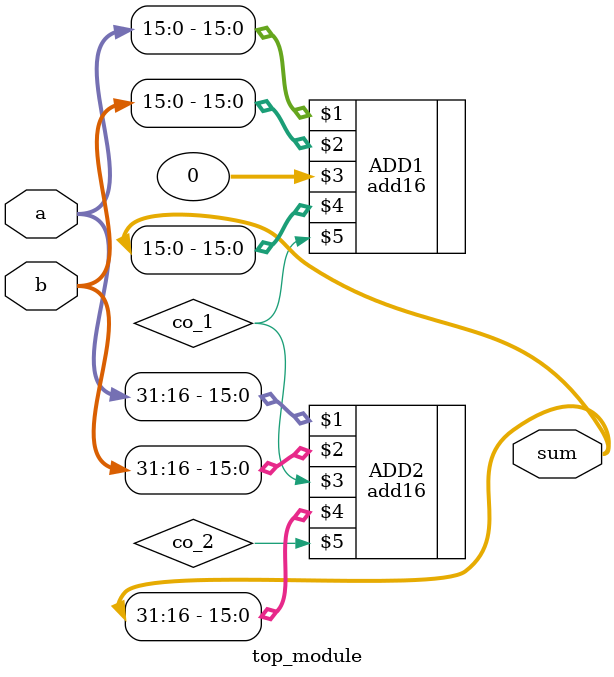
<source format=v>
module top_module(
    input [31:0] a,
    input [31:0] b,
    output [31:0] sum
);


wire co_1,co_2;

add16 ADD1(a[15:0],b[15:0],0,sum[15:0],co_1);

add16 ADD2(a[31:16],b[31:16],co_1,sum[31:16],co_2);



endmodule


</source>
